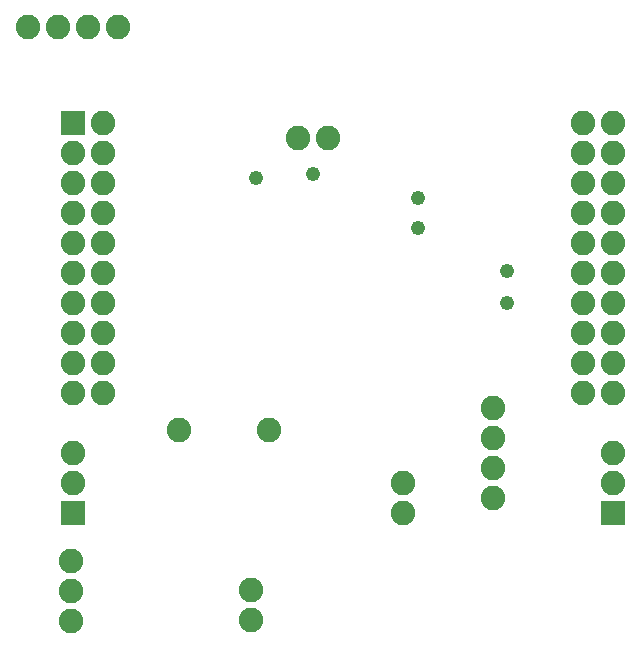
<source format=gbr>
G04 EAGLE Gerber RS-274X export*
G75*
%MOMM*%
%FSLAX34Y34*%
%LPD*%
%INSoldermask Bottom*%
%IPPOS*%
%AMOC8*
5,1,8,0,0,1.08239X$1,22.5*%
G01*
%ADD10R,2.082800X2.082800*%
%ADD11C,2.082800*%
%ADD12C,1.209600*%


D10*
X76200Y457200D03*
D11*
X76200Y431800D03*
X76200Y406400D03*
X76200Y381000D03*
X76200Y355600D03*
X76200Y330200D03*
X76200Y304800D03*
X76200Y279400D03*
X76200Y254000D03*
X76200Y228600D03*
X533400Y431800D03*
X533400Y406400D03*
X533400Y381000D03*
X533400Y355600D03*
X533400Y330200D03*
X533400Y304800D03*
X533400Y279400D03*
X533400Y254000D03*
X533400Y457200D03*
X533400Y228600D03*
X101600Y431800D03*
X101600Y406400D03*
X101600Y381000D03*
X101600Y355600D03*
X101600Y330200D03*
X101600Y304800D03*
X101600Y279400D03*
X101600Y254000D03*
X101600Y228600D03*
X101600Y457200D03*
X508000Y431800D03*
X508000Y406400D03*
X508000Y381000D03*
X508000Y355600D03*
X508000Y330200D03*
X508000Y304800D03*
X508000Y279400D03*
X508000Y254000D03*
X508000Y457200D03*
X508000Y228600D03*
D10*
X533400Y127000D03*
D11*
X533400Y152400D03*
X533400Y177800D03*
D10*
X76200Y127000D03*
D11*
X76200Y152400D03*
X76200Y177800D03*
X266700Y444500D03*
X292100Y444500D03*
X431800Y215900D03*
X431800Y190500D03*
X431800Y165100D03*
X431800Y139700D03*
X38100Y538480D03*
X63500Y538480D03*
X88900Y538480D03*
X114300Y538480D03*
X355600Y152400D03*
X355600Y127000D03*
X227330Y61773D03*
X227330Y36373D03*
X74930Y35560D03*
X74930Y60960D03*
X74930Y86360D03*
X166660Y197492D03*
X242660Y197492D03*
D12*
X231117Y411021D03*
X368300Y393700D03*
X368300Y368300D03*
X443967Y304800D03*
X444017Y331800D03*
X279400Y414020D03*
M02*

</source>
